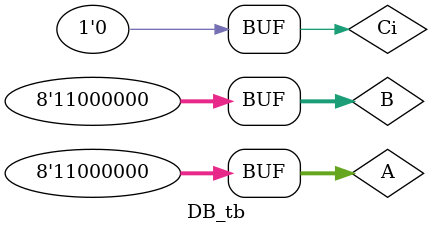
<source format=v>
module HZ(input [1:0]X  , input [1:0] Y, output reg H , output reg [1:0]Z);	

wire [1:0]outX;
wire [1:0]outY;
assign outX = X[1:0];
assign outY = Y[1:0];

wire [3:0] concatanate;
assign concatanate ={outX , outY};



 always@(*) begin
    case (concatanate)

		4'b1111 :begin 
				H	<= 1'b0;
				Z	<= 2'b10;
				end
//-1

		4'b0011 : begin
				 H	<= 1'b0;
				 Z	<= 2'b11;
				 end
		4'b1100 : begin
				 H	<= 1'b0;
				 Z	<= 2'b11;
				 end
//0

		4'b0000  : begin
				 H <= 1'b0 ;
				 Z <= 2'b00;
				 end
				 
		4'b1101  : begin
				 H <= 1'b0 ;
				 Z <= 2'b00;
				 end
		4'b0111  : begin
				 H <= 1'b0 ;
				 Z <= 2'b00;
				 end
//1

		4'b0001  : begin
				 H <= 1'b1;
				 Z <= 2'b11;
				 end	
		4'b0100  : begin
				 H <= 1'b1;
				 Z <= 2'b11;
				 end	
				 
//2

		4'b0101 :begin
				 H	<= 1'b1;
				 Z	<= 2'b00;
				 end
      default  :  begin
				  H	<= 1'b0;
				  Z <= 2'b00; 
				  end
    endcase
	end
endmodule


module TW (input H, input [1:0]Z  , output reg [1:0]T , output reg [1:0]W);
//wire VH;
//assign VH(0) = H;

//assign SUM	= signed({1'b0, VH}) + signed(Z);

//SUM = Z+H;
wire [2:0] concatanate1;
assign concatanate1={H,Z};
always@(*) begin
    case (concatanate1)
//0	
      3'b000 :begin  
				T	<= 2'b00;
				W	<= 2'b00;
				end
				
	 3'b111 :begin  
				T	<= 2'b00;
				W	<= 2'b00;
				end
//1				
	  3'b100  :begin
				T	<= 2'b00;
				W	<= 2'b01;
				end
//-2				
		3'b010 : begin
				T	<= 2'b11;
				W	<= 2'b00;
				end
//-1				
		3'b011 : begin
				T	<= 2'b11;
				W	<= 2'b01;
				end
				
		3'b110: begin
				T	<= 2'b11;
				W	<= 2'b01;
				end
		
      default : begin 
				T	<= 2'b00;
				W	<= 2'b00;
				end

    endcase
	end
endmodule


module sign_digit(input [7:0]A , input [7:0]B, input cin , output [7:0] result , output carryout);
wire H0;
wire H1;
wire H2;
wire H3;
wire H4;

wire [1:0]Z0;
wire [1:0]Z1;
wire [1:0]Z2;
wire [1:0]Z3;

wire [1:0]T0;
wire [1:0]T1;
wire [1:0]T2;
wire [1:0]T3;

wire [1:0]W0;
wire [1:0]W1;
wire [1:0]W2;
wire [1:0]W3;

wire [1:0]S0;
wire [1:0]S1;
wire [1:0]S2;
wire [1:0]S3;

HZ HZ0 (A[1:0] , B[1:0] , H1 ,Z0);
HZ HZ1 (A[3:2] , B[3:2] , H2 ,Z1);
HZ HZ2 (A[5:4] , B[5:4] , H3 ,Z2);
HZ HZ3 (A[7:6] , B[7:6] , H4 ,Z3);

TW TW0(H0 , Z0 , T1 , W0);
TW TW1(H1 , Z1 , T2 , W1);
TW TW2(H2 , Z2 , T3 , W2);
TW TW3(H3 , Z3 , T4 , W3);

assign H0=cin;
assign carryout = T4;
	
assign	S0= W0;
assign  S1=	T1 + W1;
assign	S2= T2 + W2;
assign  S3= T3 + W3;
	
assign result ={S3 , S2 , S1 , S0};
	
endmodule 


module DB_tb();
   reg [7:0] A;
   reg [7:0] B;
   reg Ci;
   wire [7:0] result;
   wire carryout;
  
	sign_digit db(A , B, ci , result , carryout);
	initial
  begin
    $display("A              |B         ||| cout     | sum             ");
  end
  
  initial
  begin
    $monitor("%b | %b  |||| %b   |%b", A[7:0], B[7:0] , carryout, result);
  end
	
   initial begin
   A = 8'b0000_0101;
   B = 8'b0001_0001;
   Ci = 1;

   #100

   A = 8'b0000_0101;
   B = 8'b1101_0011;
   Ci = 0;

   #100
   A = 8'b1100_0000;
   B = 8'b1100_0000;
   Ci = 0;
    
   end

   endmodule
   



</source>
